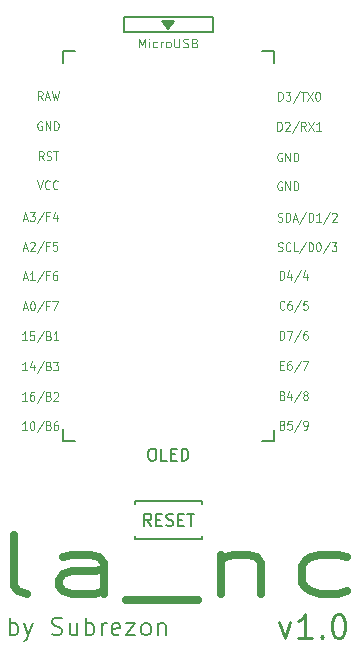
<source format=gto>
G04 #@! TF.GenerationSoftware,KiCad,Pcbnew,5.1.9+dfsg1-1*
G04 #@! TF.CreationDate,2022-03-28T16:06:31+02:00*
G04 #@! TF.ProjectId,la_nc,6c615f6e-632e-46b6-9963-61645f706362,rev?*
G04 #@! TF.SameCoordinates,Original*
G04 #@! TF.FileFunction,Legend,Top*
G04 #@! TF.FilePolarity,Positive*
%FSLAX46Y46*%
G04 Gerber Fmt 4.6, Leading zero omitted, Abs format (unit mm)*
G04 Created by KiCad (PCBNEW 5.1.9+dfsg1-1) date 2022-03-28 16:06:31*
%MOMM*%
%LPD*%
G01*
G04 APERTURE LIST*
%ADD10C,0.150000*%
%ADD11C,0.250000*%
%ADD12C,0.200000*%
%ADD13C,0.700000*%
%ADD14C,0.125000*%
%ADD15C,0.120000*%
%ADD16C,1.750000*%
%ADD17C,3.987800*%
%ADD18C,5.000000*%
G04 APERTURE END LIST*
D10*
X143200000Y-76212500D02*
X143200000Y-75962500D01*
X148900000Y-76212500D02*
X143200000Y-76212500D01*
X148900000Y-76212500D02*
X148900000Y-75962500D01*
X148900000Y-73012500D02*
X148900000Y-73262500D01*
X143200000Y-73012500D02*
X143200000Y-73262500D01*
X148900000Y-73012500D02*
X143200000Y-73012500D01*
X145900000Y-32781250D02*
X146200000Y-32781250D01*
X145800000Y-32631250D02*
X146300000Y-32631250D01*
X145700000Y-32481250D02*
X146400000Y-32481250D01*
X146050000Y-32981250D02*
X145550000Y-32331250D01*
X146550000Y-32331250D02*
X146050000Y-32981250D01*
X145550000Y-32331250D02*
X146550000Y-32331250D01*
X149800000Y-31981250D02*
X142300000Y-31981250D01*
X149800000Y-33281250D02*
X149800000Y-31981250D01*
X142300000Y-33281250D02*
X149800000Y-33281250D01*
X142300000Y-31981250D02*
X142300000Y-33281250D01*
X137150000Y-34881250D02*
X137150000Y-35881250D01*
X154950000Y-34881250D02*
X154950000Y-35881250D01*
X137150000Y-34881250D02*
X138150000Y-34881250D01*
X154950000Y-34881250D02*
X154000000Y-34881250D01*
X137150000Y-66881250D02*
X137150000Y-67931250D01*
X154950000Y-66931250D02*
X154950000Y-67931250D01*
X137150000Y-67931250D02*
X138150000Y-67931250D01*
X154950000Y-67931250D02*
X153940000Y-67931250D01*
D11*
X155416607Y-83232678D02*
X155892797Y-84566011D01*
X156368988Y-83232678D01*
X158178511Y-84566011D02*
X157035654Y-84566011D01*
X157607083Y-84566011D02*
X157607083Y-82566011D01*
X157416607Y-82851726D01*
X157226130Y-83042202D01*
X157035654Y-83137440D01*
X159035654Y-84375535D02*
X159130892Y-84470773D01*
X159035654Y-84566011D01*
X158940416Y-84470773D01*
X159035654Y-84375535D01*
X159035654Y-84566011D01*
X160368988Y-82566011D02*
X160559464Y-82566011D01*
X160749940Y-82661250D01*
X160845178Y-82756488D01*
X160940416Y-82946964D01*
X161035654Y-83327916D01*
X161035654Y-83804107D01*
X160940416Y-84185059D01*
X160845178Y-84375535D01*
X160749940Y-84470773D01*
X160559464Y-84566011D01*
X160368988Y-84566011D01*
X160178511Y-84470773D01*
X160083273Y-84375535D01*
X159988035Y-84185059D01*
X159892797Y-83804107D01*
X159892797Y-83327916D01*
X159988035Y-82946964D01*
X160083273Y-82756488D01*
X160178511Y-82661250D01*
X160368988Y-82566011D01*
D12*
X132616607Y-84339821D02*
X132616607Y-82839821D01*
X132616607Y-83411250D02*
X132759464Y-83339821D01*
X133045178Y-83339821D01*
X133188035Y-83411250D01*
X133259464Y-83482678D01*
X133330892Y-83625535D01*
X133330892Y-84054107D01*
X133259464Y-84196964D01*
X133188035Y-84268392D01*
X133045178Y-84339821D01*
X132759464Y-84339821D01*
X132616607Y-84268392D01*
X133830892Y-83339821D02*
X134188035Y-84339821D01*
X134545178Y-83339821D02*
X134188035Y-84339821D01*
X134045178Y-84696964D01*
X133973750Y-84768392D01*
X133830892Y-84839821D01*
X136188035Y-84268392D02*
X136402321Y-84339821D01*
X136759464Y-84339821D01*
X136902321Y-84268392D01*
X136973750Y-84196964D01*
X137045178Y-84054107D01*
X137045178Y-83911250D01*
X136973750Y-83768392D01*
X136902321Y-83696964D01*
X136759464Y-83625535D01*
X136473750Y-83554107D01*
X136330892Y-83482678D01*
X136259464Y-83411250D01*
X136188035Y-83268392D01*
X136188035Y-83125535D01*
X136259464Y-82982678D01*
X136330892Y-82911250D01*
X136473750Y-82839821D01*
X136830892Y-82839821D01*
X137045178Y-82911250D01*
X138330892Y-83339821D02*
X138330892Y-84339821D01*
X137688035Y-83339821D02*
X137688035Y-84125535D01*
X137759464Y-84268392D01*
X137902321Y-84339821D01*
X138116607Y-84339821D01*
X138259464Y-84268392D01*
X138330892Y-84196964D01*
X139045178Y-84339821D02*
X139045178Y-82839821D01*
X139045178Y-83411250D02*
X139188035Y-83339821D01*
X139473750Y-83339821D01*
X139616607Y-83411250D01*
X139688035Y-83482678D01*
X139759464Y-83625535D01*
X139759464Y-84054107D01*
X139688035Y-84196964D01*
X139616607Y-84268392D01*
X139473750Y-84339821D01*
X139188035Y-84339821D01*
X139045178Y-84268392D01*
X140402321Y-84339821D02*
X140402321Y-83339821D01*
X140402321Y-83625535D02*
X140473750Y-83482678D01*
X140545178Y-83411250D01*
X140688035Y-83339821D01*
X140830892Y-83339821D01*
X141902321Y-84268392D02*
X141759464Y-84339821D01*
X141473750Y-84339821D01*
X141330892Y-84268392D01*
X141259464Y-84125535D01*
X141259464Y-83554107D01*
X141330892Y-83411250D01*
X141473750Y-83339821D01*
X141759464Y-83339821D01*
X141902321Y-83411250D01*
X141973750Y-83554107D01*
X141973750Y-83696964D01*
X141259464Y-83839821D01*
X142473750Y-83339821D02*
X143259464Y-83339821D01*
X142473750Y-84339821D01*
X143259464Y-84339821D01*
X144045178Y-84339821D02*
X143902321Y-84268392D01*
X143830892Y-84196964D01*
X143759464Y-84054107D01*
X143759464Y-83625535D01*
X143830892Y-83482678D01*
X143902321Y-83411250D01*
X144045178Y-83339821D01*
X144259464Y-83339821D01*
X144402321Y-83411250D01*
X144473750Y-83482678D01*
X144545178Y-83625535D01*
X144545178Y-84054107D01*
X144473750Y-84196964D01*
X144402321Y-84268392D01*
X144259464Y-84339821D01*
X144045178Y-84339821D01*
X145188035Y-83339821D02*
X145188035Y-84339821D01*
X145188035Y-83482678D02*
X145259464Y-83411250D01*
X145402321Y-83339821D01*
X145616607Y-83339821D01*
X145759464Y-83411250D01*
X145830892Y-83554107D01*
X145830892Y-84339821D01*
D13*
X134081845Y-80843154D02*
X133319940Y-80605059D01*
X132938988Y-80128869D01*
X132938988Y-75843154D01*
X140558035Y-80843154D02*
X140558035Y-78224107D01*
X140177083Y-77747916D01*
X139415178Y-77509821D01*
X137891369Y-77509821D01*
X137129464Y-77747916D01*
X140558035Y-80605059D02*
X139796130Y-80843154D01*
X137891369Y-80843154D01*
X137129464Y-80605059D01*
X136748511Y-80128869D01*
X136748511Y-79652678D01*
X137129464Y-79176488D01*
X137891369Y-78938392D01*
X139796130Y-78938392D01*
X140558035Y-78700297D01*
X142462797Y-81319345D02*
X148558035Y-81319345D01*
X150462797Y-77509821D02*
X150462797Y-80843154D01*
X150462797Y-77986011D02*
X150843750Y-77747916D01*
X151605654Y-77509821D01*
X152748511Y-77509821D01*
X153510416Y-77747916D01*
X153891369Y-78224107D01*
X153891369Y-80843154D01*
X161129464Y-80605059D02*
X160367559Y-80843154D01*
X158843750Y-80843154D01*
X158081845Y-80605059D01*
X157700892Y-80366964D01*
X157319940Y-79890773D01*
X157319940Y-78462202D01*
X157700892Y-77986011D01*
X158081845Y-77747916D01*
X158843750Y-77509821D01*
X160367559Y-77509821D01*
X161129464Y-77747916D01*
D10*
X144597619Y-75064880D02*
X144264285Y-74588690D01*
X144026190Y-75064880D02*
X144026190Y-74064880D01*
X144407142Y-74064880D01*
X144502380Y-74112500D01*
X144550000Y-74160119D01*
X144597619Y-74255357D01*
X144597619Y-74398214D01*
X144550000Y-74493452D01*
X144502380Y-74541071D01*
X144407142Y-74588690D01*
X144026190Y-74588690D01*
X145026190Y-74541071D02*
X145359523Y-74541071D01*
X145502380Y-75064880D02*
X145026190Y-75064880D01*
X145026190Y-74064880D01*
X145502380Y-74064880D01*
X145883333Y-75017261D02*
X146026190Y-75064880D01*
X146264285Y-75064880D01*
X146359523Y-75017261D01*
X146407142Y-74969642D01*
X146454761Y-74874404D01*
X146454761Y-74779166D01*
X146407142Y-74683928D01*
X146359523Y-74636309D01*
X146264285Y-74588690D01*
X146073809Y-74541071D01*
X145978571Y-74493452D01*
X145930952Y-74445833D01*
X145883333Y-74350595D01*
X145883333Y-74255357D01*
X145930952Y-74160119D01*
X145978571Y-74112500D01*
X146073809Y-74064880D01*
X146311904Y-74064880D01*
X146454761Y-74112500D01*
X146883333Y-74541071D02*
X147216666Y-74541071D01*
X147359523Y-75064880D02*
X146883333Y-75064880D01*
X146883333Y-74064880D01*
X147359523Y-74064880D01*
X147645238Y-74064880D02*
X148216666Y-74064880D01*
X147930952Y-75064880D02*
X147930952Y-74064880D01*
X144597619Y-68546130D02*
X144788095Y-68546130D01*
X144883333Y-68593750D01*
X144978571Y-68688988D01*
X145026190Y-68879464D01*
X145026190Y-69212797D01*
X144978571Y-69403273D01*
X144883333Y-69498511D01*
X144788095Y-69546130D01*
X144597619Y-69546130D01*
X144502380Y-69498511D01*
X144407142Y-69403273D01*
X144359523Y-69212797D01*
X144359523Y-68879464D01*
X144407142Y-68688988D01*
X144502380Y-68593750D01*
X144597619Y-68546130D01*
X145930952Y-69546130D02*
X145454761Y-69546130D01*
X145454761Y-68546130D01*
X146264285Y-69022321D02*
X146597619Y-69022321D01*
X146740476Y-69546130D02*
X146264285Y-69546130D01*
X146264285Y-68546130D01*
X146740476Y-68546130D01*
X147169047Y-69546130D02*
X147169047Y-68546130D01*
X147407142Y-68546130D01*
X147550000Y-68593750D01*
X147645238Y-68688988D01*
X147692857Y-68784226D01*
X147740476Y-68974702D01*
X147740476Y-69117559D01*
X147692857Y-69308035D01*
X147645238Y-69403273D01*
X147550000Y-69498511D01*
X147407142Y-69546130D01*
X147169047Y-69546130D01*
D14*
X135392380Y-39020535D02*
X135169047Y-38663392D01*
X135009523Y-39020535D02*
X135009523Y-38270535D01*
X135264761Y-38270535D01*
X135328571Y-38306250D01*
X135360476Y-38341964D01*
X135392380Y-38413392D01*
X135392380Y-38520535D01*
X135360476Y-38591964D01*
X135328571Y-38627678D01*
X135264761Y-38663392D01*
X135009523Y-38663392D01*
X135647619Y-38806250D02*
X135966666Y-38806250D01*
X135583809Y-39020535D02*
X135807142Y-38270535D01*
X136030476Y-39020535D01*
X136190000Y-38270535D02*
X136349523Y-39020535D01*
X136477142Y-38484821D01*
X136604761Y-39020535D01*
X136764285Y-38270535D01*
X135344523Y-40856250D02*
X135280714Y-40820535D01*
X135185000Y-40820535D01*
X135089285Y-40856250D01*
X135025476Y-40927678D01*
X134993571Y-40999107D01*
X134961666Y-41141964D01*
X134961666Y-41249107D01*
X134993571Y-41391964D01*
X135025476Y-41463392D01*
X135089285Y-41534821D01*
X135185000Y-41570535D01*
X135248809Y-41570535D01*
X135344523Y-41534821D01*
X135376428Y-41499107D01*
X135376428Y-41249107D01*
X135248809Y-41249107D01*
X135663571Y-41570535D02*
X135663571Y-40820535D01*
X136046428Y-41570535D01*
X136046428Y-40820535D01*
X136365476Y-41570535D02*
X136365476Y-40820535D01*
X136525000Y-40820535D01*
X136620714Y-40856250D01*
X136684523Y-40927678D01*
X136716428Y-40999107D01*
X136748333Y-41141964D01*
X136748333Y-41249107D01*
X136716428Y-41391964D01*
X136684523Y-41463392D01*
X136620714Y-41534821D01*
X136525000Y-41570535D01*
X136365476Y-41570535D01*
X135488095Y-44120535D02*
X135264761Y-43763392D01*
X135105238Y-44120535D02*
X135105238Y-43370535D01*
X135360476Y-43370535D01*
X135424285Y-43406250D01*
X135456190Y-43441964D01*
X135488095Y-43513392D01*
X135488095Y-43620535D01*
X135456190Y-43691964D01*
X135424285Y-43727678D01*
X135360476Y-43763392D01*
X135105238Y-43763392D01*
X135743333Y-44084821D02*
X135839047Y-44120535D01*
X135998571Y-44120535D01*
X136062380Y-44084821D01*
X136094285Y-44049107D01*
X136126190Y-43977678D01*
X136126190Y-43906250D01*
X136094285Y-43834821D01*
X136062380Y-43799107D01*
X135998571Y-43763392D01*
X135870952Y-43727678D01*
X135807142Y-43691964D01*
X135775238Y-43656250D01*
X135743333Y-43584821D01*
X135743333Y-43513392D01*
X135775238Y-43441964D01*
X135807142Y-43406250D01*
X135870952Y-43370535D01*
X136030476Y-43370535D01*
X136126190Y-43406250D01*
X136317619Y-43370535D02*
X136700476Y-43370535D01*
X136509047Y-44120535D02*
X136509047Y-43370535D01*
X134961666Y-45820535D02*
X135185000Y-46570535D01*
X135408333Y-45820535D01*
X136014523Y-46499107D02*
X135982619Y-46534821D01*
X135886904Y-46570535D01*
X135823095Y-46570535D01*
X135727380Y-46534821D01*
X135663571Y-46463392D01*
X135631666Y-46391964D01*
X135599761Y-46249107D01*
X135599761Y-46141964D01*
X135631666Y-45999107D01*
X135663571Y-45927678D01*
X135727380Y-45856250D01*
X135823095Y-45820535D01*
X135886904Y-45820535D01*
X135982619Y-45856250D01*
X136014523Y-45891964D01*
X136684523Y-46499107D02*
X136652619Y-46534821D01*
X136556904Y-46570535D01*
X136493095Y-46570535D01*
X136397380Y-46534821D01*
X136333571Y-46463392D01*
X136301666Y-46391964D01*
X136269761Y-46249107D01*
X136269761Y-46141964D01*
X136301666Y-45999107D01*
X136333571Y-45927678D01*
X136397380Y-45856250D01*
X136493095Y-45820535D01*
X136556904Y-45820535D01*
X136652619Y-45856250D01*
X136684523Y-45891964D01*
X133769285Y-49056250D02*
X134088333Y-49056250D01*
X133705476Y-49270535D02*
X133928809Y-48520535D01*
X134152142Y-49270535D01*
X134311666Y-48520535D02*
X134726428Y-48520535D01*
X134503095Y-48806250D01*
X134598809Y-48806250D01*
X134662619Y-48841964D01*
X134694523Y-48877678D01*
X134726428Y-48949107D01*
X134726428Y-49127678D01*
X134694523Y-49199107D01*
X134662619Y-49234821D01*
X134598809Y-49270535D01*
X134407380Y-49270535D01*
X134343571Y-49234821D01*
X134311666Y-49199107D01*
X135492142Y-48484821D02*
X134917857Y-49449107D01*
X135938809Y-48877678D02*
X135715476Y-48877678D01*
X135715476Y-49270535D02*
X135715476Y-48520535D01*
X136034523Y-48520535D01*
X136576904Y-48770535D02*
X136576904Y-49270535D01*
X136417380Y-48484821D02*
X136257857Y-49020535D01*
X136672619Y-49020535D01*
X133769285Y-51556250D02*
X134088333Y-51556250D01*
X133705476Y-51770535D02*
X133928809Y-51020535D01*
X134152142Y-51770535D01*
X134343571Y-51091964D02*
X134375476Y-51056250D01*
X134439285Y-51020535D01*
X134598809Y-51020535D01*
X134662619Y-51056250D01*
X134694523Y-51091964D01*
X134726428Y-51163392D01*
X134726428Y-51234821D01*
X134694523Y-51341964D01*
X134311666Y-51770535D01*
X134726428Y-51770535D01*
X135492142Y-50984821D02*
X134917857Y-51949107D01*
X135938809Y-51377678D02*
X135715476Y-51377678D01*
X135715476Y-51770535D02*
X135715476Y-51020535D01*
X136034523Y-51020535D01*
X136608809Y-51020535D02*
X136289761Y-51020535D01*
X136257857Y-51377678D01*
X136289761Y-51341964D01*
X136353571Y-51306250D01*
X136513095Y-51306250D01*
X136576904Y-51341964D01*
X136608809Y-51377678D01*
X136640714Y-51449107D01*
X136640714Y-51627678D01*
X136608809Y-51699107D01*
X136576904Y-51734821D01*
X136513095Y-51770535D01*
X136353571Y-51770535D01*
X136289761Y-51734821D01*
X136257857Y-51699107D01*
X133769285Y-54056250D02*
X134088333Y-54056250D01*
X133705476Y-54270535D02*
X133928809Y-53520535D01*
X134152142Y-54270535D01*
X134726428Y-54270535D02*
X134343571Y-54270535D01*
X134535000Y-54270535D02*
X134535000Y-53520535D01*
X134471190Y-53627678D01*
X134407380Y-53699107D01*
X134343571Y-53734821D01*
X135492142Y-53484821D02*
X134917857Y-54449107D01*
X135938809Y-53877678D02*
X135715476Y-53877678D01*
X135715476Y-54270535D02*
X135715476Y-53520535D01*
X136034523Y-53520535D01*
X136576904Y-53520535D02*
X136449285Y-53520535D01*
X136385476Y-53556250D01*
X136353571Y-53591964D01*
X136289761Y-53699107D01*
X136257857Y-53841964D01*
X136257857Y-54127678D01*
X136289761Y-54199107D01*
X136321666Y-54234821D01*
X136385476Y-54270535D01*
X136513095Y-54270535D01*
X136576904Y-54234821D01*
X136608809Y-54199107D01*
X136640714Y-54127678D01*
X136640714Y-53949107D01*
X136608809Y-53877678D01*
X136576904Y-53841964D01*
X136513095Y-53806250D01*
X136385476Y-53806250D01*
X136321666Y-53841964D01*
X136289761Y-53877678D01*
X136257857Y-53949107D01*
X133769285Y-56606250D02*
X134088333Y-56606250D01*
X133705476Y-56820535D02*
X133928809Y-56070535D01*
X134152142Y-56820535D01*
X134503095Y-56070535D02*
X134566904Y-56070535D01*
X134630714Y-56106250D01*
X134662619Y-56141964D01*
X134694523Y-56213392D01*
X134726428Y-56356250D01*
X134726428Y-56534821D01*
X134694523Y-56677678D01*
X134662619Y-56749107D01*
X134630714Y-56784821D01*
X134566904Y-56820535D01*
X134503095Y-56820535D01*
X134439285Y-56784821D01*
X134407380Y-56749107D01*
X134375476Y-56677678D01*
X134343571Y-56534821D01*
X134343571Y-56356250D01*
X134375476Y-56213392D01*
X134407380Y-56141964D01*
X134439285Y-56106250D01*
X134503095Y-56070535D01*
X135492142Y-56034821D02*
X134917857Y-56999107D01*
X135938809Y-56427678D02*
X135715476Y-56427678D01*
X135715476Y-56820535D02*
X135715476Y-56070535D01*
X136034523Y-56070535D01*
X136225952Y-56070535D02*
X136672619Y-56070535D01*
X136385476Y-56820535D01*
X134072380Y-59370535D02*
X133689523Y-59370535D01*
X133880952Y-59370535D02*
X133880952Y-58620535D01*
X133817142Y-58727678D01*
X133753333Y-58799107D01*
X133689523Y-58834821D01*
X134678571Y-58620535D02*
X134359523Y-58620535D01*
X134327619Y-58977678D01*
X134359523Y-58941964D01*
X134423333Y-58906250D01*
X134582857Y-58906250D01*
X134646666Y-58941964D01*
X134678571Y-58977678D01*
X134710476Y-59049107D01*
X134710476Y-59227678D01*
X134678571Y-59299107D01*
X134646666Y-59334821D01*
X134582857Y-59370535D01*
X134423333Y-59370535D01*
X134359523Y-59334821D01*
X134327619Y-59299107D01*
X135476190Y-58584821D02*
X134901904Y-59549107D01*
X135922857Y-58977678D02*
X136018571Y-59013392D01*
X136050476Y-59049107D01*
X136082380Y-59120535D01*
X136082380Y-59227678D01*
X136050476Y-59299107D01*
X136018571Y-59334821D01*
X135954761Y-59370535D01*
X135699523Y-59370535D01*
X135699523Y-58620535D01*
X135922857Y-58620535D01*
X135986666Y-58656250D01*
X136018571Y-58691964D01*
X136050476Y-58763392D01*
X136050476Y-58834821D01*
X136018571Y-58906250D01*
X135986666Y-58941964D01*
X135922857Y-58977678D01*
X135699523Y-58977678D01*
X136720476Y-59370535D02*
X136337619Y-59370535D01*
X136529047Y-59370535D02*
X136529047Y-58620535D01*
X136465238Y-58727678D01*
X136401428Y-58799107D01*
X136337619Y-58834821D01*
X134072380Y-61920535D02*
X133689523Y-61920535D01*
X133880952Y-61920535D02*
X133880952Y-61170535D01*
X133817142Y-61277678D01*
X133753333Y-61349107D01*
X133689523Y-61384821D01*
X134646666Y-61420535D02*
X134646666Y-61920535D01*
X134487142Y-61134821D02*
X134327619Y-61670535D01*
X134742380Y-61670535D01*
X135476190Y-61134821D02*
X134901904Y-62099107D01*
X135922857Y-61527678D02*
X136018571Y-61563392D01*
X136050476Y-61599107D01*
X136082380Y-61670535D01*
X136082380Y-61777678D01*
X136050476Y-61849107D01*
X136018571Y-61884821D01*
X135954761Y-61920535D01*
X135699523Y-61920535D01*
X135699523Y-61170535D01*
X135922857Y-61170535D01*
X135986666Y-61206250D01*
X136018571Y-61241964D01*
X136050476Y-61313392D01*
X136050476Y-61384821D01*
X136018571Y-61456250D01*
X135986666Y-61491964D01*
X135922857Y-61527678D01*
X135699523Y-61527678D01*
X136305714Y-61170535D02*
X136720476Y-61170535D01*
X136497142Y-61456250D01*
X136592857Y-61456250D01*
X136656666Y-61491964D01*
X136688571Y-61527678D01*
X136720476Y-61599107D01*
X136720476Y-61777678D01*
X136688571Y-61849107D01*
X136656666Y-61884821D01*
X136592857Y-61920535D01*
X136401428Y-61920535D01*
X136337619Y-61884821D01*
X136305714Y-61849107D01*
X134072380Y-66970535D02*
X133689523Y-66970535D01*
X133880952Y-66970535D02*
X133880952Y-66220535D01*
X133817142Y-66327678D01*
X133753333Y-66399107D01*
X133689523Y-66434821D01*
X134487142Y-66220535D02*
X134550952Y-66220535D01*
X134614761Y-66256250D01*
X134646666Y-66291964D01*
X134678571Y-66363392D01*
X134710476Y-66506250D01*
X134710476Y-66684821D01*
X134678571Y-66827678D01*
X134646666Y-66899107D01*
X134614761Y-66934821D01*
X134550952Y-66970535D01*
X134487142Y-66970535D01*
X134423333Y-66934821D01*
X134391428Y-66899107D01*
X134359523Y-66827678D01*
X134327619Y-66684821D01*
X134327619Y-66506250D01*
X134359523Y-66363392D01*
X134391428Y-66291964D01*
X134423333Y-66256250D01*
X134487142Y-66220535D01*
X135476190Y-66184821D02*
X134901904Y-67149107D01*
X135922857Y-66577678D02*
X136018571Y-66613392D01*
X136050476Y-66649107D01*
X136082380Y-66720535D01*
X136082380Y-66827678D01*
X136050476Y-66899107D01*
X136018571Y-66934821D01*
X135954761Y-66970535D01*
X135699523Y-66970535D01*
X135699523Y-66220535D01*
X135922857Y-66220535D01*
X135986666Y-66256250D01*
X136018571Y-66291964D01*
X136050476Y-66363392D01*
X136050476Y-66434821D01*
X136018571Y-66506250D01*
X135986666Y-66541964D01*
X135922857Y-66577678D01*
X135699523Y-66577678D01*
X136656666Y-66220535D02*
X136529047Y-66220535D01*
X136465238Y-66256250D01*
X136433333Y-66291964D01*
X136369523Y-66399107D01*
X136337619Y-66541964D01*
X136337619Y-66827678D01*
X136369523Y-66899107D01*
X136401428Y-66934821D01*
X136465238Y-66970535D01*
X136592857Y-66970535D01*
X136656666Y-66934821D01*
X136688571Y-66899107D01*
X136720476Y-66827678D01*
X136720476Y-66649107D01*
X136688571Y-66577678D01*
X136656666Y-66541964D01*
X136592857Y-66506250D01*
X136465238Y-66506250D01*
X136401428Y-66541964D01*
X136369523Y-66577678D01*
X136337619Y-66649107D01*
X134072380Y-64470535D02*
X133689523Y-64470535D01*
X133880952Y-64470535D02*
X133880952Y-63720535D01*
X133817142Y-63827678D01*
X133753333Y-63899107D01*
X133689523Y-63934821D01*
X134646666Y-63720535D02*
X134519047Y-63720535D01*
X134455238Y-63756250D01*
X134423333Y-63791964D01*
X134359523Y-63899107D01*
X134327619Y-64041964D01*
X134327619Y-64327678D01*
X134359523Y-64399107D01*
X134391428Y-64434821D01*
X134455238Y-64470535D01*
X134582857Y-64470535D01*
X134646666Y-64434821D01*
X134678571Y-64399107D01*
X134710476Y-64327678D01*
X134710476Y-64149107D01*
X134678571Y-64077678D01*
X134646666Y-64041964D01*
X134582857Y-64006250D01*
X134455238Y-64006250D01*
X134391428Y-64041964D01*
X134359523Y-64077678D01*
X134327619Y-64149107D01*
X135476190Y-63684821D02*
X134901904Y-64649107D01*
X135922857Y-64077678D02*
X136018571Y-64113392D01*
X136050476Y-64149107D01*
X136082380Y-64220535D01*
X136082380Y-64327678D01*
X136050476Y-64399107D01*
X136018571Y-64434821D01*
X135954761Y-64470535D01*
X135699523Y-64470535D01*
X135699523Y-63720535D01*
X135922857Y-63720535D01*
X135986666Y-63756250D01*
X136018571Y-63791964D01*
X136050476Y-63863392D01*
X136050476Y-63934821D01*
X136018571Y-64006250D01*
X135986666Y-64041964D01*
X135922857Y-64077678D01*
X135699523Y-64077678D01*
X136337619Y-63791964D02*
X136369523Y-63756250D01*
X136433333Y-63720535D01*
X136592857Y-63720535D01*
X136656666Y-63756250D01*
X136688571Y-63791964D01*
X136720476Y-63863392D01*
X136720476Y-63934821D01*
X136688571Y-64041964D01*
X136305714Y-64470535D01*
X136720476Y-64470535D01*
X155522380Y-61477678D02*
X155745714Y-61477678D01*
X155841428Y-61870535D02*
X155522380Y-61870535D01*
X155522380Y-61120535D01*
X155841428Y-61120535D01*
X156415714Y-61120535D02*
X156288095Y-61120535D01*
X156224285Y-61156250D01*
X156192380Y-61191964D01*
X156128571Y-61299107D01*
X156096666Y-61441964D01*
X156096666Y-61727678D01*
X156128571Y-61799107D01*
X156160476Y-61834821D01*
X156224285Y-61870535D01*
X156351904Y-61870535D01*
X156415714Y-61834821D01*
X156447619Y-61799107D01*
X156479523Y-61727678D01*
X156479523Y-61549107D01*
X156447619Y-61477678D01*
X156415714Y-61441964D01*
X156351904Y-61406250D01*
X156224285Y-61406250D01*
X156160476Y-61441964D01*
X156128571Y-61477678D01*
X156096666Y-61549107D01*
X157245238Y-61084821D02*
X156670952Y-62049107D01*
X157404761Y-61120535D02*
X157851428Y-61120535D01*
X157564285Y-61870535D01*
X155490476Y-59320535D02*
X155490476Y-58570535D01*
X155650000Y-58570535D01*
X155745714Y-58606250D01*
X155809523Y-58677678D01*
X155841428Y-58749107D01*
X155873333Y-58891964D01*
X155873333Y-58999107D01*
X155841428Y-59141964D01*
X155809523Y-59213392D01*
X155745714Y-59284821D01*
X155650000Y-59320535D01*
X155490476Y-59320535D01*
X156096666Y-58570535D02*
X156543333Y-58570535D01*
X156256190Y-59320535D01*
X157277142Y-58534821D02*
X156702857Y-59499107D01*
X157787619Y-58570535D02*
X157660000Y-58570535D01*
X157596190Y-58606250D01*
X157564285Y-58641964D01*
X157500476Y-58749107D01*
X157468571Y-58891964D01*
X157468571Y-59177678D01*
X157500476Y-59249107D01*
X157532380Y-59284821D01*
X157596190Y-59320535D01*
X157723809Y-59320535D01*
X157787619Y-59284821D01*
X157819523Y-59249107D01*
X157851428Y-59177678D01*
X157851428Y-58999107D01*
X157819523Y-58927678D01*
X157787619Y-58891964D01*
X157723809Y-58856250D01*
X157596190Y-58856250D01*
X157532380Y-58891964D01*
X157500476Y-58927678D01*
X157468571Y-58999107D01*
X155644523Y-43506250D02*
X155580714Y-43470535D01*
X155485000Y-43470535D01*
X155389285Y-43506250D01*
X155325476Y-43577678D01*
X155293571Y-43649107D01*
X155261666Y-43791964D01*
X155261666Y-43899107D01*
X155293571Y-44041964D01*
X155325476Y-44113392D01*
X155389285Y-44184821D01*
X155485000Y-44220535D01*
X155548809Y-44220535D01*
X155644523Y-44184821D01*
X155676428Y-44149107D01*
X155676428Y-43899107D01*
X155548809Y-43899107D01*
X155963571Y-44220535D02*
X155963571Y-43470535D01*
X156346428Y-44220535D01*
X156346428Y-43470535D01*
X156665476Y-44220535D02*
X156665476Y-43470535D01*
X156825000Y-43470535D01*
X156920714Y-43506250D01*
X156984523Y-43577678D01*
X157016428Y-43649107D01*
X157048333Y-43791964D01*
X157048333Y-43899107D01*
X157016428Y-44041964D01*
X156984523Y-44113392D01*
X156920714Y-44184821D01*
X156825000Y-44220535D01*
X156665476Y-44220535D01*
X155644523Y-45956250D02*
X155580714Y-45920535D01*
X155485000Y-45920535D01*
X155389285Y-45956250D01*
X155325476Y-46027678D01*
X155293571Y-46099107D01*
X155261666Y-46241964D01*
X155261666Y-46349107D01*
X155293571Y-46491964D01*
X155325476Y-46563392D01*
X155389285Y-46634821D01*
X155485000Y-46670535D01*
X155548809Y-46670535D01*
X155644523Y-46634821D01*
X155676428Y-46599107D01*
X155676428Y-46349107D01*
X155548809Y-46349107D01*
X155963571Y-46670535D02*
X155963571Y-45920535D01*
X156346428Y-46670535D01*
X156346428Y-45920535D01*
X156665476Y-46670535D02*
X156665476Y-45920535D01*
X156825000Y-45920535D01*
X156920714Y-45956250D01*
X156984523Y-46027678D01*
X157016428Y-46099107D01*
X157048333Y-46241964D01*
X157048333Y-46349107D01*
X157016428Y-46491964D01*
X156984523Y-46563392D01*
X156920714Y-46634821D01*
X156825000Y-46670535D01*
X156665476Y-46670535D01*
X155366190Y-39070535D02*
X155366190Y-38320535D01*
X155525714Y-38320535D01*
X155621428Y-38356250D01*
X155685238Y-38427678D01*
X155717142Y-38499107D01*
X155749047Y-38641964D01*
X155749047Y-38749107D01*
X155717142Y-38891964D01*
X155685238Y-38963392D01*
X155621428Y-39034821D01*
X155525714Y-39070535D01*
X155366190Y-39070535D01*
X155972380Y-38320535D02*
X156387142Y-38320535D01*
X156163809Y-38606250D01*
X156259523Y-38606250D01*
X156323333Y-38641964D01*
X156355238Y-38677678D01*
X156387142Y-38749107D01*
X156387142Y-38927678D01*
X156355238Y-38999107D01*
X156323333Y-39034821D01*
X156259523Y-39070535D01*
X156068095Y-39070535D01*
X156004285Y-39034821D01*
X155972380Y-38999107D01*
X157152857Y-38284821D02*
X156578571Y-39249107D01*
X157280476Y-38320535D02*
X157663333Y-38320535D01*
X157471904Y-39070535D02*
X157471904Y-38320535D01*
X157822857Y-38320535D02*
X158269523Y-39070535D01*
X158269523Y-38320535D02*
X157822857Y-39070535D01*
X158652380Y-38320535D02*
X158716190Y-38320535D01*
X158780000Y-38356250D01*
X158811904Y-38391964D01*
X158843809Y-38463392D01*
X158875714Y-38606250D01*
X158875714Y-38784821D01*
X158843809Y-38927678D01*
X158811904Y-38999107D01*
X158780000Y-39034821D01*
X158716190Y-39070535D01*
X158652380Y-39070535D01*
X158588571Y-39034821D01*
X158556666Y-38999107D01*
X158524761Y-38927678D01*
X158492857Y-38784821D01*
X158492857Y-38606250D01*
X158524761Y-38463392D01*
X158556666Y-38391964D01*
X158588571Y-38356250D01*
X158652380Y-38320535D01*
X155490476Y-54220535D02*
X155490476Y-53470535D01*
X155650000Y-53470535D01*
X155745714Y-53506250D01*
X155809523Y-53577678D01*
X155841428Y-53649107D01*
X155873333Y-53791964D01*
X155873333Y-53899107D01*
X155841428Y-54041964D01*
X155809523Y-54113392D01*
X155745714Y-54184821D01*
X155650000Y-54220535D01*
X155490476Y-54220535D01*
X156447619Y-53720535D02*
X156447619Y-54220535D01*
X156288095Y-53434821D02*
X156128571Y-53970535D01*
X156543333Y-53970535D01*
X157277142Y-53434821D02*
X156702857Y-54399107D01*
X157787619Y-53720535D02*
X157787619Y-54220535D01*
X157628095Y-53434821D02*
X157468571Y-53970535D01*
X157883333Y-53970535D01*
X155316428Y-49284821D02*
X155412142Y-49320535D01*
X155571666Y-49320535D01*
X155635476Y-49284821D01*
X155667380Y-49249107D01*
X155699285Y-49177678D01*
X155699285Y-49106250D01*
X155667380Y-49034821D01*
X155635476Y-48999107D01*
X155571666Y-48963392D01*
X155444047Y-48927678D01*
X155380238Y-48891964D01*
X155348333Y-48856250D01*
X155316428Y-48784821D01*
X155316428Y-48713392D01*
X155348333Y-48641964D01*
X155380238Y-48606250D01*
X155444047Y-48570535D01*
X155603571Y-48570535D01*
X155699285Y-48606250D01*
X155986428Y-49320535D02*
X155986428Y-48570535D01*
X156145952Y-48570535D01*
X156241666Y-48606250D01*
X156305476Y-48677678D01*
X156337380Y-48749107D01*
X156369285Y-48891964D01*
X156369285Y-48999107D01*
X156337380Y-49141964D01*
X156305476Y-49213392D01*
X156241666Y-49284821D01*
X156145952Y-49320535D01*
X155986428Y-49320535D01*
X156624523Y-49106250D02*
X156943571Y-49106250D01*
X156560714Y-49320535D02*
X156784047Y-48570535D01*
X157007380Y-49320535D01*
X157709285Y-48534821D02*
X157135000Y-49499107D01*
X157932619Y-49320535D02*
X157932619Y-48570535D01*
X158092142Y-48570535D01*
X158187857Y-48606250D01*
X158251666Y-48677678D01*
X158283571Y-48749107D01*
X158315476Y-48891964D01*
X158315476Y-48999107D01*
X158283571Y-49141964D01*
X158251666Y-49213392D01*
X158187857Y-49284821D01*
X158092142Y-49320535D01*
X157932619Y-49320535D01*
X158953571Y-49320535D02*
X158570714Y-49320535D01*
X158762142Y-49320535D02*
X158762142Y-48570535D01*
X158698333Y-48677678D01*
X158634523Y-48749107D01*
X158570714Y-48784821D01*
X159719285Y-48534821D02*
X159145000Y-49499107D01*
X159910714Y-48641964D02*
X159942619Y-48606250D01*
X160006428Y-48570535D01*
X160165952Y-48570535D01*
X160229761Y-48606250D01*
X160261666Y-48641964D01*
X160293571Y-48713392D01*
X160293571Y-48784821D01*
X160261666Y-48891964D01*
X159878809Y-49320535D01*
X160293571Y-49320535D01*
X155332380Y-51784821D02*
X155428095Y-51820535D01*
X155587619Y-51820535D01*
X155651428Y-51784821D01*
X155683333Y-51749107D01*
X155715238Y-51677678D01*
X155715238Y-51606250D01*
X155683333Y-51534821D01*
X155651428Y-51499107D01*
X155587619Y-51463392D01*
X155460000Y-51427678D01*
X155396190Y-51391964D01*
X155364285Y-51356250D01*
X155332380Y-51284821D01*
X155332380Y-51213392D01*
X155364285Y-51141964D01*
X155396190Y-51106250D01*
X155460000Y-51070535D01*
X155619523Y-51070535D01*
X155715238Y-51106250D01*
X156385238Y-51749107D02*
X156353333Y-51784821D01*
X156257619Y-51820535D01*
X156193809Y-51820535D01*
X156098095Y-51784821D01*
X156034285Y-51713392D01*
X156002380Y-51641964D01*
X155970476Y-51499107D01*
X155970476Y-51391964D01*
X156002380Y-51249107D01*
X156034285Y-51177678D01*
X156098095Y-51106250D01*
X156193809Y-51070535D01*
X156257619Y-51070535D01*
X156353333Y-51106250D01*
X156385238Y-51141964D01*
X156991428Y-51820535D02*
X156672380Y-51820535D01*
X156672380Y-51070535D01*
X157693333Y-51034821D02*
X157119047Y-51999107D01*
X157916666Y-51820535D02*
X157916666Y-51070535D01*
X158076190Y-51070535D01*
X158171904Y-51106250D01*
X158235714Y-51177678D01*
X158267619Y-51249107D01*
X158299523Y-51391964D01*
X158299523Y-51499107D01*
X158267619Y-51641964D01*
X158235714Y-51713392D01*
X158171904Y-51784821D01*
X158076190Y-51820535D01*
X157916666Y-51820535D01*
X158714285Y-51070535D02*
X158778095Y-51070535D01*
X158841904Y-51106250D01*
X158873809Y-51141964D01*
X158905714Y-51213392D01*
X158937619Y-51356250D01*
X158937619Y-51534821D01*
X158905714Y-51677678D01*
X158873809Y-51749107D01*
X158841904Y-51784821D01*
X158778095Y-51820535D01*
X158714285Y-51820535D01*
X158650476Y-51784821D01*
X158618571Y-51749107D01*
X158586666Y-51677678D01*
X158554761Y-51534821D01*
X158554761Y-51356250D01*
X158586666Y-51213392D01*
X158618571Y-51141964D01*
X158650476Y-51106250D01*
X158714285Y-51070535D01*
X159703333Y-51034821D02*
X159129047Y-51999107D01*
X159862857Y-51070535D02*
X160277619Y-51070535D01*
X160054285Y-51356250D01*
X160150000Y-51356250D01*
X160213809Y-51391964D01*
X160245714Y-51427678D01*
X160277619Y-51499107D01*
X160277619Y-51677678D01*
X160245714Y-51749107D01*
X160213809Y-51784821D01*
X160150000Y-51820535D01*
X159958571Y-51820535D01*
X159894761Y-51784821D01*
X159862857Y-51749107D01*
X155873333Y-56699107D02*
X155841428Y-56734821D01*
X155745714Y-56770535D01*
X155681904Y-56770535D01*
X155586190Y-56734821D01*
X155522380Y-56663392D01*
X155490476Y-56591964D01*
X155458571Y-56449107D01*
X155458571Y-56341964D01*
X155490476Y-56199107D01*
X155522380Y-56127678D01*
X155586190Y-56056250D01*
X155681904Y-56020535D01*
X155745714Y-56020535D01*
X155841428Y-56056250D01*
X155873333Y-56091964D01*
X156447619Y-56020535D02*
X156320000Y-56020535D01*
X156256190Y-56056250D01*
X156224285Y-56091964D01*
X156160476Y-56199107D01*
X156128571Y-56341964D01*
X156128571Y-56627678D01*
X156160476Y-56699107D01*
X156192380Y-56734821D01*
X156256190Y-56770535D01*
X156383809Y-56770535D01*
X156447619Y-56734821D01*
X156479523Y-56699107D01*
X156511428Y-56627678D01*
X156511428Y-56449107D01*
X156479523Y-56377678D01*
X156447619Y-56341964D01*
X156383809Y-56306250D01*
X156256190Y-56306250D01*
X156192380Y-56341964D01*
X156160476Y-56377678D01*
X156128571Y-56449107D01*
X157277142Y-55984821D02*
X156702857Y-56949107D01*
X157819523Y-56020535D02*
X157500476Y-56020535D01*
X157468571Y-56377678D01*
X157500476Y-56341964D01*
X157564285Y-56306250D01*
X157723809Y-56306250D01*
X157787619Y-56341964D01*
X157819523Y-56377678D01*
X157851428Y-56449107D01*
X157851428Y-56627678D01*
X157819523Y-56699107D01*
X157787619Y-56734821D01*
X157723809Y-56770535D01*
X157564285Y-56770535D01*
X157500476Y-56734821D01*
X157468571Y-56699107D01*
X155713809Y-66527678D02*
X155809523Y-66563392D01*
X155841428Y-66599107D01*
X155873333Y-66670535D01*
X155873333Y-66777678D01*
X155841428Y-66849107D01*
X155809523Y-66884821D01*
X155745714Y-66920535D01*
X155490476Y-66920535D01*
X155490476Y-66170535D01*
X155713809Y-66170535D01*
X155777619Y-66206250D01*
X155809523Y-66241964D01*
X155841428Y-66313392D01*
X155841428Y-66384821D01*
X155809523Y-66456250D01*
X155777619Y-66491964D01*
X155713809Y-66527678D01*
X155490476Y-66527678D01*
X156479523Y-66170535D02*
X156160476Y-66170535D01*
X156128571Y-66527678D01*
X156160476Y-66491964D01*
X156224285Y-66456250D01*
X156383809Y-66456250D01*
X156447619Y-66491964D01*
X156479523Y-66527678D01*
X156511428Y-66599107D01*
X156511428Y-66777678D01*
X156479523Y-66849107D01*
X156447619Y-66884821D01*
X156383809Y-66920535D01*
X156224285Y-66920535D01*
X156160476Y-66884821D01*
X156128571Y-66849107D01*
X157277142Y-66134821D02*
X156702857Y-67099107D01*
X157532380Y-66920535D02*
X157660000Y-66920535D01*
X157723809Y-66884821D01*
X157755714Y-66849107D01*
X157819523Y-66741964D01*
X157851428Y-66599107D01*
X157851428Y-66313392D01*
X157819523Y-66241964D01*
X157787619Y-66206250D01*
X157723809Y-66170535D01*
X157596190Y-66170535D01*
X157532380Y-66206250D01*
X157500476Y-66241964D01*
X157468571Y-66313392D01*
X157468571Y-66491964D01*
X157500476Y-66563392D01*
X157532380Y-66599107D01*
X157596190Y-66634821D01*
X157723809Y-66634821D01*
X157787619Y-66599107D01*
X157819523Y-66563392D01*
X157851428Y-66491964D01*
X155286428Y-41620535D02*
X155286428Y-40870535D01*
X155445952Y-40870535D01*
X155541666Y-40906250D01*
X155605476Y-40977678D01*
X155637380Y-41049107D01*
X155669285Y-41191964D01*
X155669285Y-41299107D01*
X155637380Y-41441964D01*
X155605476Y-41513392D01*
X155541666Y-41584821D01*
X155445952Y-41620535D01*
X155286428Y-41620535D01*
X155924523Y-40941964D02*
X155956428Y-40906250D01*
X156020238Y-40870535D01*
X156179761Y-40870535D01*
X156243571Y-40906250D01*
X156275476Y-40941964D01*
X156307380Y-41013392D01*
X156307380Y-41084821D01*
X156275476Y-41191964D01*
X155892619Y-41620535D01*
X156307380Y-41620535D01*
X157073095Y-40834821D02*
X156498809Y-41799107D01*
X157679285Y-41620535D02*
X157455952Y-41263392D01*
X157296428Y-41620535D02*
X157296428Y-40870535D01*
X157551666Y-40870535D01*
X157615476Y-40906250D01*
X157647380Y-40941964D01*
X157679285Y-41013392D01*
X157679285Y-41120535D01*
X157647380Y-41191964D01*
X157615476Y-41227678D01*
X157551666Y-41263392D01*
X157296428Y-41263392D01*
X157902619Y-40870535D02*
X158349285Y-41620535D01*
X158349285Y-40870535D02*
X157902619Y-41620535D01*
X158955476Y-41620535D02*
X158572619Y-41620535D01*
X158764047Y-41620535D02*
X158764047Y-40870535D01*
X158700238Y-40977678D01*
X158636428Y-41049107D01*
X158572619Y-41084821D01*
X155713809Y-64027678D02*
X155809523Y-64063392D01*
X155841428Y-64099107D01*
X155873333Y-64170535D01*
X155873333Y-64277678D01*
X155841428Y-64349107D01*
X155809523Y-64384821D01*
X155745714Y-64420535D01*
X155490476Y-64420535D01*
X155490476Y-63670535D01*
X155713809Y-63670535D01*
X155777619Y-63706250D01*
X155809523Y-63741964D01*
X155841428Y-63813392D01*
X155841428Y-63884821D01*
X155809523Y-63956250D01*
X155777619Y-63991964D01*
X155713809Y-64027678D01*
X155490476Y-64027678D01*
X156447619Y-63920535D02*
X156447619Y-64420535D01*
X156288095Y-63634821D02*
X156128571Y-64170535D01*
X156543333Y-64170535D01*
X157277142Y-63634821D02*
X156702857Y-64599107D01*
X157596190Y-63991964D02*
X157532380Y-63956250D01*
X157500476Y-63920535D01*
X157468571Y-63849107D01*
X157468571Y-63813392D01*
X157500476Y-63741964D01*
X157532380Y-63706250D01*
X157596190Y-63670535D01*
X157723809Y-63670535D01*
X157787619Y-63706250D01*
X157819523Y-63741964D01*
X157851428Y-63813392D01*
X157851428Y-63849107D01*
X157819523Y-63920535D01*
X157787619Y-63956250D01*
X157723809Y-63991964D01*
X157596190Y-63991964D01*
X157532380Y-64027678D01*
X157500476Y-64063392D01*
X157468571Y-64134821D01*
X157468571Y-64277678D01*
X157500476Y-64349107D01*
X157532380Y-64384821D01*
X157596190Y-64420535D01*
X157723809Y-64420535D01*
X157787619Y-64384821D01*
X157819523Y-64349107D01*
X157851428Y-64277678D01*
X157851428Y-64134821D01*
X157819523Y-64063392D01*
X157787619Y-64027678D01*
X157723809Y-63991964D01*
D15*
X143553571Y-34570535D02*
X143553571Y-33820535D01*
X143803571Y-34356250D01*
X144053571Y-33820535D01*
X144053571Y-34570535D01*
X144410714Y-34570535D02*
X144410714Y-34070535D01*
X144410714Y-33820535D02*
X144375000Y-33856250D01*
X144410714Y-33891964D01*
X144446428Y-33856250D01*
X144410714Y-33820535D01*
X144410714Y-33891964D01*
X145089285Y-34534821D02*
X145017857Y-34570535D01*
X144875000Y-34570535D01*
X144803571Y-34534821D01*
X144767857Y-34499107D01*
X144732142Y-34427678D01*
X144732142Y-34213392D01*
X144767857Y-34141964D01*
X144803571Y-34106250D01*
X144875000Y-34070535D01*
X145017857Y-34070535D01*
X145089285Y-34106250D01*
X145410714Y-34570535D02*
X145410714Y-34070535D01*
X145410714Y-34213392D02*
X145446428Y-34141964D01*
X145482142Y-34106250D01*
X145553571Y-34070535D01*
X145625000Y-34070535D01*
X145982142Y-34570535D02*
X145910714Y-34534821D01*
X145875000Y-34499107D01*
X145839285Y-34427678D01*
X145839285Y-34213392D01*
X145875000Y-34141964D01*
X145910714Y-34106250D01*
X145982142Y-34070535D01*
X146089285Y-34070535D01*
X146160714Y-34106250D01*
X146196428Y-34141964D01*
X146232142Y-34213392D01*
X146232142Y-34427678D01*
X146196428Y-34499107D01*
X146160714Y-34534821D01*
X146089285Y-34570535D01*
X145982142Y-34570535D01*
X146553571Y-33820535D02*
X146553571Y-34427678D01*
X146589285Y-34499107D01*
X146625000Y-34534821D01*
X146696428Y-34570535D01*
X146839285Y-34570535D01*
X146910714Y-34534821D01*
X146946428Y-34499107D01*
X146982142Y-34427678D01*
X146982142Y-33820535D01*
X147303571Y-34534821D02*
X147410714Y-34570535D01*
X147589285Y-34570535D01*
X147660714Y-34534821D01*
X147696428Y-34499107D01*
X147732142Y-34427678D01*
X147732142Y-34356250D01*
X147696428Y-34284821D01*
X147660714Y-34249107D01*
X147589285Y-34213392D01*
X147446428Y-34177678D01*
X147375000Y-34141964D01*
X147339285Y-34106250D01*
X147303571Y-34034821D01*
X147303571Y-33963392D01*
X147339285Y-33891964D01*
X147375000Y-33856250D01*
X147446428Y-33820535D01*
X147625000Y-33820535D01*
X147732142Y-33856250D01*
X148303571Y-34177678D02*
X148410714Y-34213392D01*
X148446428Y-34249107D01*
X148482142Y-34320535D01*
X148482142Y-34427678D01*
X148446428Y-34499107D01*
X148410714Y-34534821D01*
X148339285Y-34570535D01*
X148053571Y-34570535D01*
X148053571Y-33820535D01*
X148303571Y-33820535D01*
X148375000Y-33856250D01*
X148410714Y-33891964D01*
X148446428Y-33963392D01*
X148446428Y-34034821D01*
X148410714Y-34106250D01*
X148375000Y-34141964D01*
X148303571Y-34177678D01*
X148053571Y-34177678D01*
%LPC*%
D16*
X160655000Y-98425000D03*
X150495000Y-98425000D03*
D17*
X155575000Y-98425000D03*
D16*
X141605000Y-98425000D03*
X131445000Y-98425000D03*
D17*
X136525000Y-98425000D03*
D16*
X255905000Y-98425000D03*
X245745000Y-98425000D03*
D17*
X250825000Y-98425000D03*
D16*
X236855000Y-98425000D03*
X226695000Y-98425000D03*
D17*
X231775000Y-98425000D03*
D16*
X217805000Y-98425000D03*
X207645000Y-98425000D03*
D17*
X212725000Y-98425000D03*
D16*
X198755000Y-98425000D03*
X188595000Y-98425000D03*
D17*
X193675000Y-98425000D03*
D16*
X179705000Y-98425000D03*
X169545000Y-98425000D03*
D17*
X174625000Y-98425000D03*
D16*
X122555000Y-98425000D03*
X112395000Y-98425000D03*
D17*
X117475000Y-98425000D03*
D16*
X103505000Y-98425000D03*
X93345000Y-98425000D03*
D17*
X98425000Y-98425000D03*
D16*
X84455000Y-98425000D03*
X74295000Y-98425000D03*
D17*
X79375000Y-98425000D03*
D16*
X65405000Y-98425000D03*
X55245000Y-98425000D03*
D17*
X60325000Y-98425000D03*
D16*
X46355000Y-98425000D03*
X36195000Y-98425000D03*
D17*
X41275000Y-98425000D03*
D16*
X255905000Y-79375000D03*
X245745000Y-79375000D03*
D17*
X250825000Y-79375000D03*
D16*
X236855000Y-79375000D03*
X226695000Y-79375000D03*
D17*
X231775000Y-79375000D03*
D16*
X217805000Y-79375000D03*
X207645000Y-79375000D03*
D17*
X212725000Y-79375000D03*
D16*
X198755000Y-79375000D03*
X188595000Y-79375000D03*
D17*
X193675000Y-79375000D03*
D16*
X179705000Y-79375000D03*
X169545000Y-79375000D03*
D17*
X174625000Y-79375000D03*
D16*
X122555000Y-79375000D03*
X112395000Y-79375000D03*
D17*
X117475000Y-79375000D03*
D16*
X103505000Y-79375000D03*
X93345000Y-79375000D03*
D17*
X98425000Y-79375000D03*
D16*
X84455000Y-79375000D03*
X74295000Y-79375000D03*
D17*
X79375000Y-79375000D03*
D16*
X65405000Y-79375000D03*
X55245000Y-79375000D03*
D17*
X60325000Y-79375000D03*
D16*
X46355000Y-79375000D03*
X36195000Y-79375000D03*
D17*
X41275000Y-79375000D03*
D16*
X255905000Y-60325000D03*
X245745000Y-60325000D03*
D17*
X250825000Y-60325000D03*
D16*
X236855000Y-60325000D03*
X226695000Y-60325000D03*
D17*
X231775000Y-60325000D03*
D16*
X217805000Y-60325000D03*
X207645000Y-60325000D03*
D17*
X212725000Y-60325000D03*
D16*
X198755000Y-60325000D03*
X188595000Y-60325000D03*
D17*
X193675000Y-60325000D03*
D16*
X179705000Y-60325000D03*
X169545000Y-60325000D03*
D17*
X174625000Y-60325000D03*
D16*
X122555000Y-60325000D03*
X112395000Y-60325000D03*
D17*
X117475000Y-60325000D03*
D16*
X103505000Y-60325000D03*
X93345000Y-60325000D03*
D17*
X98425000Y-60325000D03*
D16*
X84455000Y-60325000D03*
X74295000Y-60325000D03*
D17*
X79375000Y-60325000D03*
D16*
X65405000Y-60325000D03*
X55245000Y-60325000D03*
D17*
X60325000Y-60325000D03*
D16*
X46355000Y-60325000D03*
X36195000Y-60325000D03*
D17*
X41275000Y-60325000D03*
D16*
X255905000Y-41275000D03*
X245745000Y-41275000D03*
D17*
X250825000Y-41275000D03*
D16*
X236855000Y-41275000D03*
X226695000Y-41275000D03*
D17*
X231775000Y-41275000D03*
D16*
X217805000Y-41275000D03*
X207645000Y-41275000D03*
D17*
X212725000Y-41275000D03*
D16*
X198755000Y-41275000D03*
X188595000Y-41275000D03*
D17*
X193675000Y-41275000D03*
D16*
X179705000Y-41275000D03*
X169545000Y-41275000D03*
D17*
X174625000Y-41275000D03*
D16*
X122555000Y-41275000D03*
X112395000Y-41275000D03*
D17*
X117475000Y-41275000D03*
D16*
X103505000Y-41275000D03*
X93345000Y-41275000D03*
D17*
X98425000Y-41275000D03*
D16*
X84455000Y-41275000D03*
X74295000Y-41275000D03*
D17*
X79375000Y-41275000D03*
D16*
X65405000Y-41275000D03*
X55245000Y-41275000D03*
D17*
X60325000Y-41275000D03*
D16*
X46355000Y-41275000D03*
X36195000Y-41275000D03*
D17*
X41275000Y-41275000D03*
D18*
X241300000Y-88900000D03*
X241300000Y-50800000D03*
X165100000Y-88900000D03*
X165100000Y-50800000D03*
X127000000Y-88900000D03*
X127000000Y-50800000D03*
X50800000Y-88900000D03*
X50800000Y-50800000D03*
M02*

</source>
